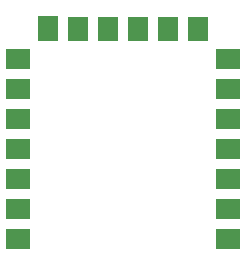
<source format=gbs>
G04 DipTrace 2.4.0.2*
%INUSBBiPower3.gbs*%
%MOIN*%
%ADD86R,0.0685X0.0816*%
%ADD87R,0.0816X0.0685*%
%FSLAX44Y44*%
G04*
G70*
G90*
G75*
G01*
%LNBotMask*%
%LPD*%
D87*
X10937Y4293D3*
X3937Y9293D3*
X10937Y7293D3*
Y8293D3*
Y9293D3*
Y10293D3*
D86*
X8937Y11293D3*
D87*
X3937Y4293D3*
Y5293D3*
Y6293D3*
Y7293D3*
D86*
X9937Y11293D3*
D87*
X10937Y5293D3*
Y6293D3*
X3937Y8293D3*
Y10293D3*
G36*
X4594Y11701D2*
X5280D1*
Y10885D1*
X4594D1*
Y11701D1*
G37*
D86*
X5937Y11293D3*
X6937D3*
X7937D3*
M02*

</source>
